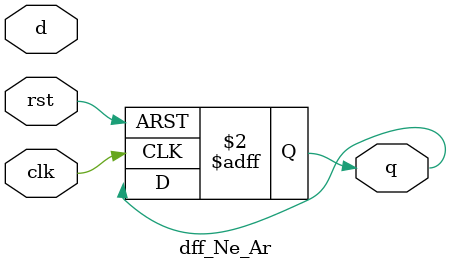
<source format=v>
`timescale 1ns / 1ps


module dff_Ne_Ar(q,d,clk,rst);
input d,clk,rst;
output reg q;
always @(negedge clk or posedge rst)
if (rst)
q <= 1'b0;
else if (clk)
q <= d;
endmodule

</source>
